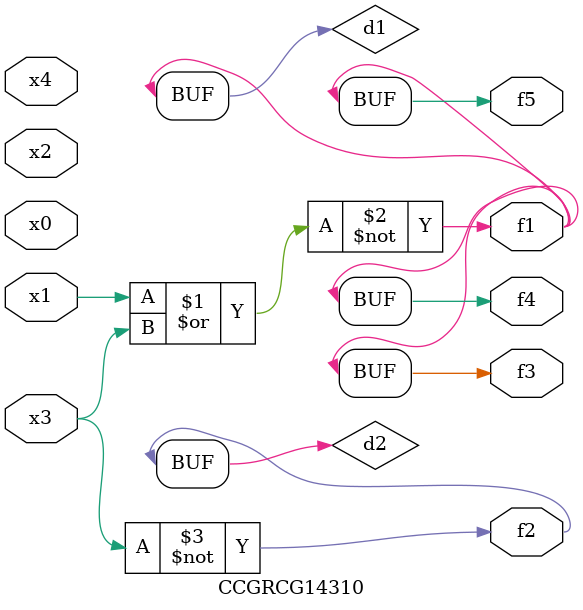
<source format=v>
module CCGRCG14310(
	input x0, x1, x2, x3, x4,
	output f1, f2, f3, f4, f5
);

	wire d1, d2;

	nor (d1, x1, x3);
	not (d2, x3);
	assign f1 = d1;
	assign f2 = d2;
	assign f3 = d1;
	assign f4 = d1;
	assign f5 = d1;
endmodule

</source>
